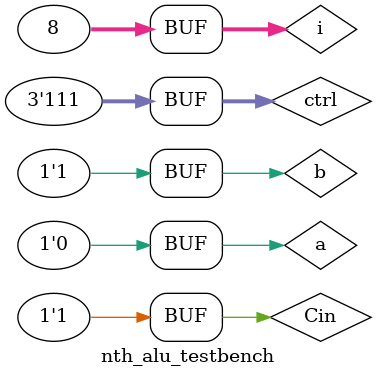
<source format=sv>
`timescale 1ns/10ps
module nth_alu (a, b, ctrl, out, Cin, Cout);

    input   logic       a, b, Cin;
    input   logic [2:0] ctrl;
    output  logic       out, Cout;

    /*
    Wire signals
    Signal a does need to be modified
    Signal b goes through a 2 to 1 mux for
    subtract operation
    */
    logic adder_out, and_out, or_out, xor_out, b_not, adder_b;
    logic [1:0] mux2_sig;
    logic [7:0] mux8_sig;
    
    //Mux2 Input Signals
    assign mux2_sig[0] = b;
    assign mux2_sig[1] = b_not;

    /*
    Commands
    000 = b (0)
    001 = empty;
    010 = a + b (2) both takes adder out
    011 = a - b (3) both takes adder out
    100 = a & b (4)
    101 = a | b (5)
    110 = a ^ b (6)
    111 = empty
    */
    //Mux8 Input Signals
    assign mux8_sig[0] = b;
    assign mux8_sig[3:2] = {2{adder_out}};
    assign mux8_sig[4] = and_out;
    assign mux8_sig[5] = or_out;
    assign mux8_sig[6] = xor_out;

    //Instantiate 2 to 1 mux for B signal
    not #0.05 (b_not, b);
    mux2_1 #(.WIDTH(1)) mux2    (.in(mux2_sig), .sel(ctrl[0]), 
                                .out(adder_b));

    //Instantiate full_adder
    full_adder adder (.a, .b(adder_b), .Cin, .Cout, .sum(adder_out));

    //Create the 3 gates
    and #0.05 and_gate (and_out, a, b);
    or #0.05 or_gate (or_out, a, b);
    xor #0.05 xor_out0 (xor_out, a, b);

    //Instantiate 8 to 1 mux for ALU output
    mux8_1 #(.WIDTH(1)) mux8 (.in(mux8_sig), .sel(ctrl), .out(out));
endmodule

module nth_alu_testbench();
    logic       a, b, Cin;
    logic [2:0] ctrl;
    logic       out, Cout;

    nth_alu dut (.a, .b, .Cin, .ctrl, .out, .Cout);

    integer i;

    initial begin
        a = 0; b = 0; Cin = 0; ctrl = 3'b0; #2;
        a = 1; b = 0; 
        for(i = 0; i < 8; i++) begin // check all outputs
            ctrl = i; 
            if(ctrl[0] == 1)
                Cin = 1;
            else
                Cin = 0;
            #2;
        end

        a = 1; b = 1;
        for(i = 0; i < 8; i++) begin // check all outputs
            ctrl = i; 
            if(ctrl[0] == 1)
                Cin = 1;
            else
                Cin = 0;
            #2;
        end

        a = 0; b = 0;
        for(i = 0; i < 8; i++) begin // check all outputs
            ctrl = i; 
            if(ctrl[0] == 1)
                Cin = 1;
            else
                Cin = 0;
            #2;
        end

        a = 0; b = 1;
        for(i = 0; i < 8; i++) begin // check all outputs
            ctrl = i; 
            if(ctrl[0] == 1)
                Cin = 1;
            else
                Cin = 0;
            #2;
        end
    end
endmodule
</source>
